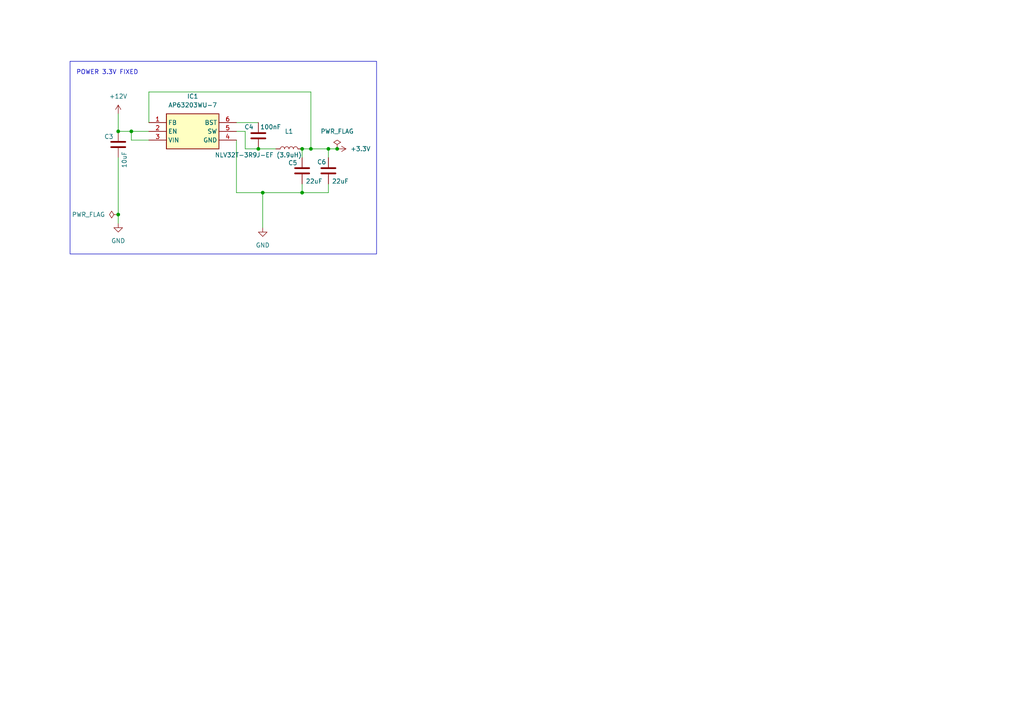
<source format=kicad_sch>
(kicad_sch (version 20250114) (generator "eeschema") (generator_version "9.0")
  (paper "A4")
  (lib_symbols
    (symbol "Converter_DCDC:AP63203WU-7"
      (property "Reference" "IC" (at 21.59 7.62 0))
      (property "Value" "AP63203WU-7" (at 21.59 5.08 0))
      (symbol "AP63203WU-7_1_1"
        (rectangle (start 5.08 2.54) (end 20.32 -7.62) (stroke (width 0.254)) (fill (type background)))
        (pin passive line (at 0 0 0) (length 5.08) (name "FB") (number "1"))
        (pin passive line (at 0 -2.54 0) (length 5.08) (name "EN") (number "2"))
        (pin passive line (at 0 -5.08 0) (length 5.08) (name "VIN") (number "3"))
        (pin passive line (at 25.4 0 180) (length 5.08) (name "BST") (number "6"))
        (pin passive line (at 25.4 -2.54 180) (length 5.08) (name "SW") (number "5"))
        (pin passive line (at 25.4 -5.08 180) (length 5.08) (name "GND") (number "4"))
      )
    )
    (symbol "Device:C" (pin_numbers (hide yes)) (pin_names (offset 0.254))
      (property "Reference" "C" (at 0.635 2.54 0))
      (property "Value" "C" (at 0.635 -2.54 0))
      (symbol "C_0_1"
        (polyline (pts (xy -2.032 0.762) (xy 2.032 0.762)) (stroke (width 0.508)))
        (polyline (pts (xy -2.032 -0.762) (xy 2.032 -0.762)) (stroke (width 0.508)))
      )
      (symbol "C_1_1"
        (pin passive line (at 0 3.81 270) (length 2.794) (name "~") (number "1"))
        (pin passive line (at 0 -3.81 90) (length 2.794) (name "~") (number "2"))
      )
    )
    (symbol "Device:L" (pin_numbers (hide yes)) (pin_names (offset 1.016) (hide yes))
      (property "Reference" "L" (at -1.27 0 90))
      (property "Value" "L" (at 1.905 0 90))
      (symbol "L_0_1"
        (arc (start 0 2.54) (mid 0.6323 1.905) (end 0 1.27))
        (arc (start 0 1.27) (mid 0.6323 0.635) (end 0 0))
        (arc (start 0 0) (mid 0.6323 -0.635) (end 0 -1.27))
        (arc (start 0 -1.27) (mid 0.6323 -1.905) (end 0 -2.54))
      )
      (symbol "L_1_1"
        (pin passive line (at 0 3.81 270) (length 1.27) (name "1") (number "1"))
        (pin passive line (at 0 -3.81 90) (length 1.27) (name "2") (number "2"))
      )
    )
    (symbol "power:+12V" (power) (pin_numbers (hide yes)) (pin_names (offset 0) (hide yes))
      (property "Value" "+12V" (at 0 3.556 0))
      (symbol "+12V_0_1"
        (polyline (pts (xy -0.762 1.27) (xy 0 2.54)))
        (polyline (pts (xy 0 2.54) (xy 0.762 1.27)))
        (polyline (pts (xy 0 0) (xy 0 2.54)))
      )
      (symbol "+12V_1_1"
        (pin power_in line (at 0 0 90) (length 0) (name "~") (number "1"))
      )
    )
    (symbol "power:+3.3V" (power) (pin_numbers (hide yes)) (pin_names (offset 0) (hide yes))
      (property "Value" "+3.3V" (at 0 3.556 0))
      (symbol "+3.3V_0_1"
        (polyline (pts (xy -0.762 1.27) (xy 0 2.54)))
        (polyline (pts (xy 0 2.54) (xy 0.762 1.27)))
        (polyline (pts (xy 0 0) (xy 0 2.54)))
      )
      (symbol "+3.3V_1_1"
        (pin power_in line (at 0 0 90) (length 0) (name "~") (number "1"))
      )
    )
    (symbol "power:GND" (power) (pin_numbers (hide yes)) (pin_names (offset 0) (hide yes))
      (property "Value" "GND" (at 0 -3.81 0))
      (symbol "GND_0_1"
        (polyline (pts (xy 0 0) (xy 0 -1.27) (xy 1.27 -1.27) (xy 0 -2.54) (xy -1.27 -1.27) (xy 0 -1.27)))
      )
      (symbol "GND_1_1"
        (pin power_in line (at 0 0 270) (length 0) (name "~") (number "1"))
      )
    )
    (symbol "power:GND1" (power) (pin_numbers (hide yes)) (pin_names (offset 0) (hide yes))
      (property "Value" "GND1" (at 0 -3.81 0))
      (symbol "GND1_0_1"
        (polyline (pts (xy 0 0) (xy 0 -1.27) (xy 1.27 -1.27) (xy 0 -2.54) (xy -1.27 -1.27) (xy 0 -1.27)))
      )
      (symbol "GND1_1_1"
        (pin power_in line (at 0 0 270) (length 0) (name "~") (number "1"))
      )
    )
    (symbol "power:PWR_FLAG" (power) (pin_numbers (hide yes)) (pin_names (offset 0) (hide yes))
      (property "Value" "PWR_FLAG" (at 0 3.81 0))
      (symbol "PWR_FLAG_0_0"
        (pin power_out line (at 0 0 90) (length 0) (name "~") (number "1"))
      )
      (symbol "PWR_FLAG_0_1"
        (polyline (pts (xy 0 0) (xy 0 1.27) (xy -1.016 1.905) (xy 0 2.54) (xy 1.016 1.905) (xy 0 1.27)))
      )
    )
  )
  (rectangle (start 20.32 17.78) (end 109.22 73.66))
  (text "POWER 3.3V FIXED" (at 22.098 20.32 0) (effects (font (size 1.27 1.27)) (justify left top)))
  (junction (at 87.63 55.88))
  (junction (at 34.29 38.1))
  (junction (at 34.29 62.23))
  (junction (at 76.2 55.88))
  (junction (at 87.63 43.18))
  (junction (at 38.1 38.1))
  (junction (at 90.17 43.18))
  (junction (at 95.25 43.18))
  (junction (at 97.79 43.18))
  (junction (at 74.93 43.18))
  (wire (pts (xy 95.25 43.18) (xy 97.79 43.18)))
  (wire (pts (xy 90.17 43.18) (xy 95.25 43.18)))
  (wire (pts (xy 90.17 26.67) (xy 43.18 26.67)))
  (wire (pts (xy 68.58 35.56) (xy 74.93 35.56)))
  (wire (pts (xy 71.12 38.1) (xy 71.12 43.18)))
  (wire (pts (xy 95.25 45.72) (xy 95.25 43.18)))
  (wire (pts (xy 76.2 55.88) (xy 87.63 55.88)))
  (wire (pts (xy 74.93 43.18) (xy 80.01 43.18)))
  (wire (pts (xy 34.29 38.1) (xy 38.1 38.1)))
  (wire (pts (xy 68.58 55.88) (xy 76.2 55.88)))
  (wire (pts (xy 95.25 53.34) (xy 95.25 55.88)))
  (wire (pts (xy 38.1 40.64) (xy 43.18 40.64)))
  (wire (pts (xy 76.2 55.88) (xy 76.2 66.04)))
  (wire (pts (xy 34.29 62.23) (xy 34.29 64.77)))
  (wire (pts (xy 38.1 40.64) (xy 38.1 38.1)))
  (wire (pts (xy 87.63 55.88) (xy 95.25 55.88)))
  (wire (pts (xy 43.18 26.67) (xy 43.18 35.56)))
  (wire (pts (xy 87.63 45.72) (xy 87.63 43.18)))
  (wire (pts (xy 90.17 43.18) (xy 90.17 26.67)))
  (wire (pts (xy 34.29 45.72) (xy 34.29 62.23)))
  (wire (pts (xy 68.58 38.1) (xy 71.12 38.1)))
  (wire (pts (xy 34.29 33.02) (xy 34.29 38.1)))
  (wire (pts (xy 71.12 43.18) (xy 74.93 43.18)))
  (wire (pts (xy 38.1 38.1) (xy 43.18 38.1)))
  (wire (pts (xy 87.63 53.34) (xy 87.63 55.88)))
  (wire (pts (xy 68.58 40.64) (xy 68.58 55.88)))
  (wire (pts (xy 87.63 43.18) (xy 90.17 43.18)))
  (symbol (lib_id "Device:L") (at 83.82 43.18 90) (unit 1)
    (property "Reference" "L1" (at 83.82 38.1 90))
    (property "Value" "NLV32T-3R9J-EF (3.9uH)" (at 74.93 44.958 90))
    (property "Footprint" "Inductor_SMD:NLV32T-3R9J-EF" (effects (hide yes)))
    (property "Datasheet" "https://product.tdk.com/system/files/dam/doc/product/inductor/inductor/smd/catalog/inductor_commercial_standard_nlv32-ef_en.pdf?ref_disty=mouser" (effects (hide yes)))
    (property "Description" "Mouser: NLV32T-3R9J-EF" (effects (hide yes)))
  )
  (symbol (lib_id "Device:C") (at 34.29 41.91 0) (unit 1)
    (property "Reference" "C3" (at 30.226 39.624 0) (effects (justify left)))
    (property "Value" "10uF" (at 36.068 48.768 90) (effects (justify left)))
    (property "Footprint" "Capacitor_SMD:C_1206_3216Metric" (effects (hide yes)))
    (property "Description" "Unpolarized capacitor" (effects (hide yes)))
  )
  (symbol (lib_id "Converter_DCDC:AP63203WU-7") (at 43.18 35.56 0) (unit 1)
    (property "Reference" "IC1" (at 55.88 27.94 0))
    (property "Value" "AP63203WU-7" (at 55.88 30.48 0))
    (property "Footprint" "CustomLibraries:AP63203WU7" (effects (hide yes)))
    (property "Datasheet" "https://www.diodes.com/assets/Datasheets/AP63200-AP63201-AP63203-AP63205.pdf" (effects (hide yes)))
    (property "Description" "Switching Voltage Regulators DCDC Conv HV Buck TSOT26 T&R 3K" (effects (hide yes)))
    (property "Height" "1" (effects (hide yes)))
    (property "Mouser Part Number" "621-AP63203WU-7" (effects (hide yes)))
    (property "Mouser Price/Stock" "https://www.mouser.co.uk/ProductDetail/Diodes-Incorporated/AP63203WU-7?qs=u16ybLDytRZ1JqxbuLkMJw%3D%3D" (effects (hide yes)))
    (property "Manufacturer_Name" "Diodes Incorporated" (effects (hide yes)))
    (property "Manufacturer_Part_Number" "AP63203WU-7" (effects (hide yes)))
  )
  (symbol (lib_id "power:+12V") (at 34.29 33.02 0) (unit 1)
    (property "Reference" "#PWR014" (effects (hide yes)))
    (property "Value" "+12V" (at 34.29 27.94 0))
    (property "Description" "Power symbol creates a global label with name \"+12V\"" (effects (hide yes)))
  )
  (symbol (lib_id "Device:C") (at 95.25 49.53 0) (unit 1)
    (property "Reference" "C6" (at 91.948 46.99 0) (effects (justify left)))
    (property "Value" "22uF" (at 96.266 52.578 0) (effects (justify left)))
    (property "Footprint" "Capacitor_SMD:C_1206_3216Metric_Pad1.33x1.80mm_HandSolder" (effects (hide yes)))
    (property "Description" "Unpolarized capacitor" (effects (hide yes)))
  )
  (symbol (lib_id "power:PWR_FLAG") (at 97.79 43.18 0) (unit 1)
    (property "Reference" "#FLG05" (effects (hide yes)))
    (property "Value" "PWR_FLAG" (at 97.79 38.1 0))
    (property "Description" "Special symbol for telling ERC where power comes from" (effects (hide yes)))
  )
  (symbol (lib_id "Device:C") (at 87.63 49.53 0) (unit 1)
    (property "Reference" "C5" (at 83.566 47.244 0) (effects (justify left)))
    (property "Value" "22uF" (at 88.646 52.578 0) (effects (justify left)))
    (property "Footprint" "Capacitor_SMD:C_1206_3216Metric_Pad1.33x1.80mm_HandSolder" (effects (hide yes)))
    (property "Description" "Unpolarized capacitor" (effects (hide yes)))
  )
  (symbol (lib_id "power:+3.3V") (at 97.79 43.18 270) (unit 1)
    (property "Reference" "#PWR021" (effects (hide yes)))
    (property "Value" "+3.3V" (at 101.6 43.1799 90) (effects (justify left)))
    (property "Description" "Power symbol creates a global label with name \"+3.3V\"" (effects (hide yes)))
  )
  (symbol (lib_id "power:GND1") (at 34.29 64.77 0) (unit 1)
    (property "Reference" "#PWR015" (effects (hide yes)))
    (property "Value" "GND" (at 34.29 69.85 0))
    (property "Description" "Power symbol creates a global label with name \"GND1\" , ground" (effects (hide yes)))
  )
  (symbol (lib_id "Device:C") (at 74.93 39.37 0) (unit 1)
    (property "Reference" "C4" (at 70.866 36.83 0) (effects (justify left)))
    (property "Value" "100nF" (at 75.438 36.83 0) (effects (justify left)))
    (property "Footprint" "Capacitor_SMD:C_1206_3216Metric" (effects (hide yes)))
    (property "Description" "Unpolarized capacitor" (effects (hide yes)))
  )
  (symbol (lib_id "power:GND") (at 76.2 66.04 0) (unit 1)
    (property "Reference" "#PWR020" (effects (hide yes)))
    (property "Value" "GND" (at 76.2 71.12 0))
    (property "Description" "Power symbol creates a global label with name \"GND\" , ground" (effects (hide yes)))
  )
  (symbol (lib_id "power:PWR_FLAG") (at 34.29 62.23 90) (unit 1)
    (property "Reference" "#FLG06" (effects (hide yes)))
    (property "Value" "PWR_FLAG" (at 30.48 62.2299 90) (effects (justify left)))
    (property "Description" "Special symbol for telling ERC where power comes from" (effects (hide yes)))
  )
)
</source>
